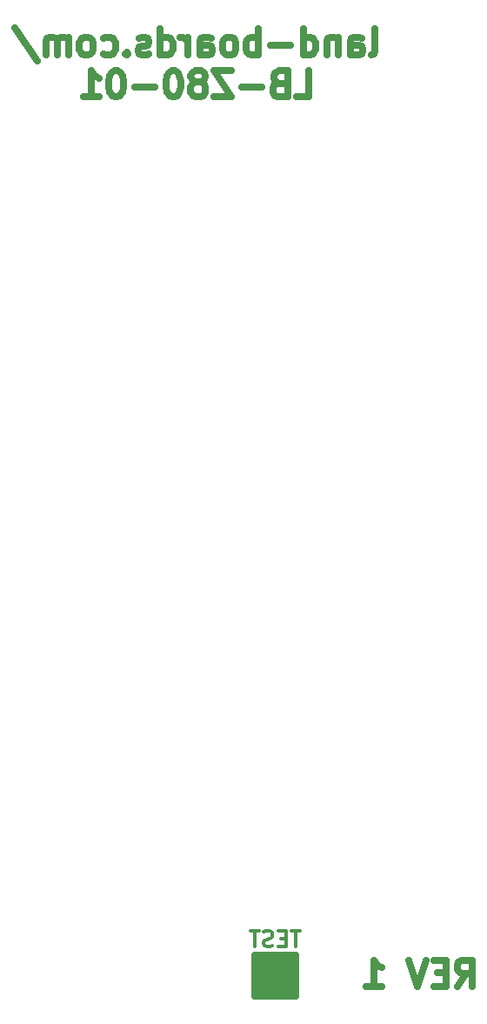
<source format=gbo>
G04 #@! TF.GenerationSoftware,KiCad,Pcbnew,(6.0.1)*
G04 #@! TF.CreationDate,2022-09-17T17:14:25-04:00*
G04 #@! TF.ProjectId,LB-Z80-01,4c422d5a-3830-42d3-9031-2e6b69636164,1*
G04 #@! TF.SameCoordinates,Original*
G04 #@! TF.FileFunction,Legend,Bot*
G04 #@! TF.FilePolarity,Positive*
%FSLAX46Y46*%
G04 Gerber Fmt 4.6, Leading zero omitted, Abs format (unit mm)*
G04 Created by KiCad (PCBNEW (6.0.1)) date 2022-09-17 17:14:25*
%MOMM*%
%LPD*%
G01*
G04 APERTURE LIST*
%ADD10C,0.635000*%
%ADD11C,0.304800*%
%ADD12C,0.650000*%
G04 APERTURE END LIST*
D10*
X169139809Y-53714347D02*
X169381714Y-53593395D01*
X169502666Y-53351490D01*
X169502666Y-51174347D01*
X167083619Y-53714347D02*
X167083619Y-52383871D01*
X167204571Y-52141966D01*
X167446476Y-52021014D01*
X167930285Y-52021014D01*
X168172190Y-52141966D01*
X167083619Y-53593395D02*
X167325523Y-53714347D01*
X167930285Y-53714347D01*
X168172190Y-53593395D01*
X168293142Y-53351490D01*
X168293142Y-53109585D01*
X168172190Y-52867680D01*
X167930285Y-52746728D01*
X167325523Y-52746728D01*
X167083619Y-52625776D01*
X165874095Y-52021014D02*
X165874095Y-53714347D01*
X165874095Y-52262919D02*
X165753142Y-52141966D01*
X165511238Y-52021014D01*
X165148380Y-52021014D01*
X164906476Y-52141966D01*
X164785523Y-52383871D01*
X164785523Y-53714347D01*
X162487428Y-53714347D02*
X162487428Y-51174347D01*
X162487428Y-53593395D02*
X162729333Y-53714347D01*
X163213142Y-53714347D01*
X163455047Y-53593395D01*
X163576000Y-53472442D01*
X163696952Y-53230538D01*
X163696952Y-52504823D01*
X163576000Y-52262919D01*
X163455047Y-52141966D01*
X163213142Y-52021014D01*
X162729333Y-52021014D01*
X162487428Y-52141966D01*
X161277904Y-52746728D02*
X159342666Y-52746728D01*
X158133142Y-53714347D02*
X158133142Y-51174347D01*
X158133142Y-52141966D02*
X157891238Y-52021014D01*
X157407428Y-52021014D01*
X157165523Y-52141966D01*
X157044571Y-52262919D01*
X156923619Y-52504823D01*
X156923619Y-53230538D01*
X157044571Y-53472442D01*
X157165523Y-53593395D01*
X157407428Y-53714347D01*
X157891238Y-53714347D01*
X158133142Y-53593395D01*
X155472190Y-53714347D02*
X155714095Y-53593395D01*
X155835047Y-53472442D01*
X155956000Y-53230538D01*
X155956000Y-52504823D01*
X155835047Y-52262919D01*
X155714095Y-52141966D01*
X155472190Y-52021014D01*
X155109333Y-52021014D01*
X154867428Y-52141966D01*
X154746476Y-52262919D01*
X154625523Y-52504823D01*
X154625523Y-53230538D01*
X154746476Y-53472442D01*
X154867428Y-53593395D01*
X155109333Y-53714347D01*
X155472190Y-53714347D01*
X152448380Y-53714347D02*
X152448380Y-52383871D01*
X152569333Y-52141966D01*
X152811238Y-52021014D01*
X153295047Y-52021014D01*
X153536952Y-52141966D01*
X152448380Y-53593395D02*
X152690285Y-53714347D01*
X153295047Y-53714347D01*
X153536952Y-53593395D01*
X153657904Y-53351490D01*
X153657904Y-53109585D01*
X153536952Y-52867680D01*
X153295047Y-52746728D01*
X152690285Y-52746728D01*
X152448380Y-52625776D01*
X151238857Y-53714347D02*
X151238857Y-52021014D01*
X151238857Y-52504823D02*
X151117904Y-52262919D01*
X150996952Y-52141966D01*
X150755047Y-52021014D01*
X150513142Y-52021014D01*
X148577904Y-53714347D02*
X148577904Y-51174347D01*
X148577904Y-53593395D02*
X148819809Y-53714347D01*
X149303619Y-53714347D01*
X149545523Y-53593395D01*
X149666476Y-53472442D01*
X149787428Y-53230538D01*
X149787428Y-52504823D01*
X149666476Y-52262919D01*
X149545523Y-52141966D01*
X149303619Y-52021014D01*
X148819809Y-52021014D01*
X148577904Y-52141966D01*
X147489333Y-53593395D02*
X147247428Y-53714347D01*
X146763619Y-53714347D01*
X146521714Y-53593395D01*
X146400761Y-53351490D01*
X146400761Y-53230538D01*
X146521714Y-52988633D01*
X146763619Y-52867680D01*
X147126476Y-52867680D01*
X147368380Y-52746728D01*
X147489333Y-52504823D01*
X147489333Y-52383871D01*
X147368380Y-52141966D01*
X147126476Y-52021014D01*
X146763619Y-52021014D01*
X146521714Y-52141966D01*
X145312190Y-53472442D02*
X145191238Y-53593395D01*
X145312190Y-53714347D01*
X145433142Y-53593395D01*
X145312190Y-53472442D01*
X145312190Y-53714347D01*
X143014095Y-53593395D02*
X143256000Y-53714347D01*
X143739809Y-53714347D01*
X143981714Y-53593395D01*
X144102666Y-53472442D01*
X144223619Y-53230538D01*
X144223619Y-52504823D01*
X144102666Y-52262919D01*
X143981714Y-52141966D01*
X143739809Y-52021014D01*
X143256000Y-52021014D01*
X143014095Y-52141966D01*
X141562666Y-53714347D02*
X141804571Y-53593395D01*
X141925523Y-53472442D01*
X142046476Y-53230538D01*
X142046476Y-52504823D01*
X141925523Y-52262919D01*
X141804571Y-52141966D01*
X141562666Y-52021014D01*
X141199809Y-52021014D01*
X140957904Y-52141966D01*
X140836952Y-52262919D01*
X140716000Y-52504823D01*
X140716000Y-53230538D01*
X140836952Y-53472442D01*
X140957904Y-53593395D01*
X141199809Y-53714347D01*
X141562666Y-53714347D01*
X139627428Y-53714347D02*
X139627428Y-52021014D01*
X139627428Y-52262919D02*
X139506476Y-52141966D01*
X139264571Y-52021014D01*
X138901714Y-52021014D01*
X138659809Y-52141966D01*
X138538857Y-52383871D01*
X138538857Y-53714347D01*
X138538857Y-52383871D02*
X138417904Y-52141966D01*
X138176000Y-52021014D01*
X137813142Y-52021014D01*
X137571238Y-52141966D01*
X137450285Y-52383871D01*
X137450285Y-53714347D01*
X134426476Y-51053395D02*
X136603619Y-54319109D01*
X161822190Y-57803747D02*
X163031714Y-57803747D01*
X163031714Y-55263747D01*
X160128857Y-56473271D02*
X159766000Y-56594223D01*
X159645047Y-56715176D01*
X159524095Y-56957080D01*
X159524095Y-57319938D01*
X159645047Y-57561842D01*
X159766000Y-57682795D01*
X160007904Y-57803747D01*
X160975523Y-57803747D01*
X160975523Y-55263747D01*
X160128857Y-55263747D01*
X159886952Y-55384700D01*
X159766000Y-55505652D01*
X159645047Y-55747557D01*
X159645047Y-55989461D01*
X159766000Y-56231366D01*
X159886952Y-56352319D01*
X160128857Y-56473271D01*
X160975523Y-56473271D01*
X158435523Y-56836128D02*
X156500285Y-56836128D01*
X155532666Y-55263747D02*
X153839333Y-55263747D01*
X155532666Y-57803747D01*
X153839333Y-57803747D01*
X152508857Y-56352319D02*
X152750761Y-56231366D01*
X152871714Y-56110414D01*
X152992666Y-55868509D01*
X152992666Y-55747557D01*
X152871714Y-55505652D01*
X152750761Y-55384700D01*
X152508857Y-55263747D01*
X152025047Y-55263747D01*
X151783142Y-55384700D01*
X151662190Y-55505652D01*
X151541238Y-55747557D01*
X151541238Y-55868509D01*
X151662190Y-56110414D01*
X151783142Y-56231366D01*
X152025047Y-56352319D01*
X152508857Y-56352319D01*
X152750761Y-56473271D01*
X152871714Y-56594223D01*
X152992666Y-56836128D01*
X152992666Y-57319938D01*
X152871714Y-57561842D01*
X152750761Y-57682795D01*
X152508857Y-57803747D01*
X152025047Y-57803747D01*
X151783142Y-57682795D01*
X151662190Y-57561842D01*
X151541238Y-57319938D01*
X151541238Y-56836128D01*
X151662190Y-56594223D01*
X151783142Y-56473271D01*
X152025047Y-56352319D01*
X149968857Y-55263747D02*
X149726952Y-55263747D01*
X149485047Y-55384700D01*
X149364095Y-55505652D01*
X149243142Y-55747557D01*
X149122190Y-56231366D01*
X149122190Y-56836128D01*
X149243142Y-57319938D01*
X149364095Y-57561842D01*
X149485047Y-57682795D01*
X149726952Y-57803747D01*
X149968857Y-57803747D01*
X150210761Y-57682795D01*
X150331714Y-57561842D01*
X150452666Y-57319938D01*
X150573619Y-56836128D01*
X150573619Y-56231366D01*
X150452666Y-55747557D01*
X150331714Y-55505652D01*
X150210761Y-55384700D01*
X149968857Y-55263747D01*
X148033619Y-56836128D02*
X146098380Y-56836128D01*
X144405047Y-55263747D02*
X144163142Y-55263747D01*
X143921238Y-55384700D01*
X143800285Y-55505652D01*
X143679333Y-55747557D01*
X143558380Y-56231366D01*
X143558380Y-56836128D01*
X143679333Y-57319938D01*
X143800285Y-57561842D01*
X143921238Y-57682795D01*
X144163142Y-57803747D01*
X144405047Y-57803747D01*
X144646952Y-57682795D01*
X144767904Y-57561842D01*
X144888857Y-57319938D01*
X145009809Y-56836128D01*
X145009809Y-56231366D01*
X144888857Y-55747557D01*
X144767904Y-55505652D01*
X144646952Y-55384700D01*
X144405047Y-55263747D01*
X141139333Y-57803747D02*
X142590761Y-57803747D01*
X141865047Y-57803747D02*
X141865047Y-55263747D01*
X142106952Y-55626604D01*
X142348857Y-55868509D01*
X142590761Y-55989461D01*
X177491571Y-144278047D02*
X178338238Y-143068523D01*
X178943000Y-144278047D02*
X178943000Y-141738047D01*
X177975380Y-141738047D01*
X177733476Y-141859000D01*
X177612523Y-141979952D01*
X177491571Y-142221857D01*
X177491571Y-142584714D01*
X177612523Y-142826619D01*
X177733476Y-142947571D01*
X177975380Y-143068523D01*
X178943000Y-143068523D01*
X176403000Y-142947571D02*
X175556333Y-142947571D01*
X175193476Y-144278047D02*
X176403000Y-144278047D01*
X176403000Y-141738047D01*
X175193476Y-141738047D01*
X174467761Y-141738047D02*
X173621095Y-144278047D01*
X172774428Y-141738047D01*
X168662047Y-144278047D02*
X170113476Y-144278047D01*
X169387761Y-144278047D02*
X169387761Y-141738047D01*
X169629666Y-142100904D01*
X169871571Y-142342809D01*
X170113476Y-142463761D01*
D11*
X162197142Y-138921428D02*
X161326285Y-138921428D01*
X161761714Y-140445428D02*
X161761714Y-138921428D01*
X160818285Y-139647142D02*
X160310285Y-139647142D01*
X160092571Y-140445428D02*
X160818285Y-140445428D01*
X160818285Y-138921428D01*
X160092571Y-138921428D01*
X159512000Y-140372857D02*
X159294285Y-140445428D01*
X158931428Y-140445428D01*
X158786285Y-140372857D01*
X158713714Y-140300285D01*
X158641142Y-140155142D01*
X158641142Y-140010000D01*
X158713714Y-139864857D01*
X158786285Y-139792285D01*
X158931428Y-139719714D01*
X159221714Y-139647142D01*
X159366857Y-139574571D01*
X159439428Y-139502000D01*
X159512000Y-139356857D01*
X159512000Y-139211714D01*
X159439428Y-139066571D01*
X159366857Y-138994000D01*
X159221714Y-138921428D01*
X158858857Y-138921428D01*
X158641142Y-138994000D01*
X158205714Y-138921428D02*
X157334857Y-138921428D01*
X157770285Y-140445428D02*
X157770285Y-138921428D01*
D12*
X157766000Y-141256000D02*
X161766000Y-141256000D01*
X161766000Y-141256000D02*
X161766000Y-145256000D01*
X161766000Y-145256000D02*
X157766000Y-145256000D01*
X157766000Y-145256000D02*
X157766000Y-141256000D01*
X157766000Y-141256000D02*
X157766000Y-141756000D01*
X157766000Y-141756000D02*
X161766000Y-141756000D01*
X161766000Y-141756000D02*
X161766000Y-142256000D01*
X161766000Y-142256000D02*
X157766000Y-142256000D01*
X157766000Y-142256000D02*
X157766000Y-142756000D01*
X157766000Y-142756000D02*
X161766000Y-142756000D01*
X161766000Y-142756000D02*
X161766000Y-143256000D01*
X161766000Y-143256000D02*
X157766000Y-143256000D01*
X157766000Y-143256000D02*
X157766000Y-143756000D01*
X157766000Y-143756000D02*
X161266000Y-143756000D01*
X161266000Y-143756000D02*
X161766000Y-143756000D01*
X161766000Y-143756000D02*
X161766000Y-144256000D01*
X161766000Y-144256000D02*
X157766000Y-144256000D01*
X157766000Y-144256000D02*
X157766000Y-144756000D01*
X157766000Y-144756000D02*
X161766000Y-144756000D01*
M02*

</source>
